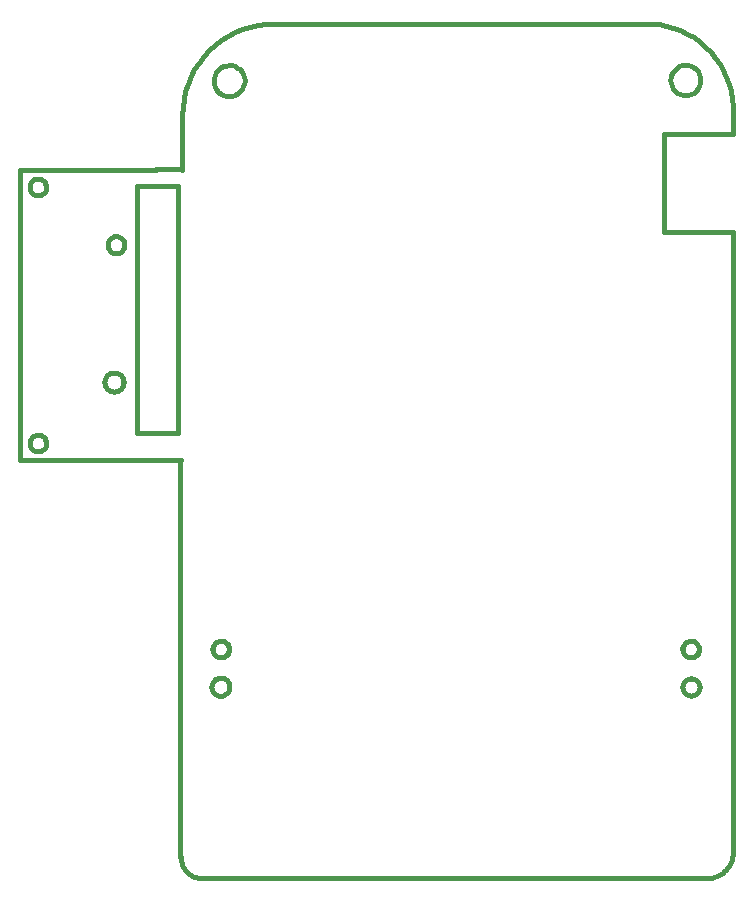
<source format=gbr>
G04 (created by PCBNEW-RS274X (2012-jan-04)-stable) date lun 03 giu 2013 23:00:55 CEST*
G01*
G70*
G90*
%MOIN*%
G04 Gerber Fmt 3.4, Leading zero omitted, Abs format*
%FSLAX34Y34*%
G04 APERTURE LIST*
%ADD10C,0.006000*%
%ADD11C,0.015000*%
%ADD12C,0.003900*%
G04 APERTURE END LIST*
G54D10*
G54D11*
X05354Y-14685D02*
X04484Y-14685D01*
X04433Y-13784D02*
X05314Y-13784D01*
X05318Y-05563D02*
X04444Y-05563D01*
X04590Y-04996D02*
X05456Y-04996D01*
X23826Y-26736D02*
X23826Y-27669D01*
X06192Y-28622D02*
X22980Y-28622D01*
X05409Y-27921D02*
X05409Y-26634D01*
X05411Y-27929D02*
X05417Y-27992D01*
X05429Y-28055D01*
X05445Y-28116D01*
X05467Y-28176D01*
X05495Y-28233D01*
X05527Y-28288D01*
X05563Y-28340D01*
X05604Y-28388D01*
X05649Y-28433D01*
X05698Y-28473D01*
X05751Y-28510D01*
X05806Y-28541D01*
X05863Y-28568D01*
X05923Y-28589D01*
X05985Y-28605D01*
X06047Y-28616D01*
X06111Y-28621D01*
X06173Y-28621D01*
X22976Y-28621D02*
X23053Y-28614D01*
X23130Y-28600D01*
X23205Y-28580D01*
X23278Y-28553D01*
X23348Y-28520D01*
X23415Y-28481D01*
X23479Y-28437D01*
X23538Y-28387D01*
X23593Y-28332D01*
X23643Y-28272D01*
X23687Y-28208D01*
X23726Y-28141D01*
X23758Y-28071D01*
X23785Y-27998D01*
X23805Y-27923D01*
X23818Y-27846D01*
X23825Y-27769D01*
X23825Y-27692D01*
X23822Y-07083D02*
X23822Y-26721D01*
X05409Y-14693D02*
X05409Y-26626D01*
X03510Y-12083D02*
X03503Y-12144D01*
X03486Y-12204D01*
X03456Y-12258D01*
X03417Y-12307D01*
X03369Y-12346D01*
X03315Y-12376D01*
X03255Y-12394D01*
X03194Y-12400D01*
X03133Y-12395D01*
X03073Y-12377D01*
X03018Y-12349D01*
X02970Y-12310D01*
X02930Y-12262D01*
X02900Y-12208D01*
X02881Y-12149D01*
X02875Y-12087D01*
X02880Y-12026D01*
X02897Y-11966D01*
X02925Y-11911D01*
X02964Y-11863D01*
X03011Y-11822D01*
X03065Y-11792D01*
X03124Y-11773D01*
X03186Y-11766D01*
X03247Y-11770D01*
X03306Y-11787D01*
X03362Y-11815D01*
X03411Y-11853D01*
X03451Y-11900D01*
X03482Y-11954D01*
X03502Y-12013D01*
X03509Y-12075D01*
X03510Y-12083D01*
X03542Y-07504D02*
X03536Y-07558D01*
X03520Y-07611D01*
X03494Y-07660D01*
X03459Y-07703D01*
X03417Y-07738D01*
X03368Y-07764D01*
X03315Y-07781D01*
X03260Y-07786D01*
X03206Y-07781D01*
X03153Y-07766D01*
X03105Y-07740D01*
X03061Y-07706D01*
X03026Y-07663D01*
X02999Y-07615D01*
X02983Y-07562D01*
X02977Y-07507D01*
X02981Y-07453D01*
X02996Y-07400D01*
X03022Y-07351D01*
X03056Y-07308D01*
X03098Y-07272D01*
X03146Y-07245D01*
X03199Y-07228D01*
X03254Y-07222D01*
X03308Y-07226D01*
X03361Y-07241D01*
X03410Y-07266D01*
X03454Y-07300D01*
X03490Y-07341D01*
X03517Y-07389D01*
X03534Y-07442D01*
X03541Y-07497D01*
X03542Y-07504D01*
X00932Y-05578D02*
X00926Y-05631D01*
X00911Y-05683D01*
X00885Y-05731D01*
X00851Y-05773D01*
X00809Y-05808D01*
X00761Y-05834D01*
X00709Y-05850D01*
X00655Y-05855D01*
X00602Y-05851D01*
X00550Y-05835D01*
X00502Y-05810D01*
X00460Y-05776D01*
X00425Y-05735D01*
X00399Y-05687D01*
X00383Y-05635D01*
X00377Y-05581D01*
X00381Y-05528D01*
X00396Y-05476D01*
X00421Y-05428D01*
X00455Y-05385D01*
X00496Y-05350D01*
X00543Y-05324D01*
X00595Y-05307D01*
X00649Y-05301D01*
X00702Y-05305D01*
X00754Y-05319D01*
X00802Y-05344D01*
X00845Y-05377D01*
X00881Y-05418D01*
X00907Y-05465D01*
X00925Y-05517D01*
X00931Y-05571D01*
X00932Y-05578D01*
X07029Y-20984D02*
X07023Y-21037D01*
X07008Y-21089D01*
X06982Y-21137D01*
X06948Y-21179D01*
X06906Y-21214D01*
X06858Y-21240D01*
X06806Y-21256D01*
X06752Y-21261D01*
X06699Y-21257D01*
X06647Y-21241D01*
X06599Y-21216D01*
X06557Y-21182D01*
X06522Y-21141D01*
X06496Y-21093D01*
X06480Y-21041D01*
X06474Y-20987D01*
X06478Y-20934D01*
X06493Y-20882D01*
X06518Y-20834D01*
X06552Y-20791D01*
X06593Y-20756D01*
X06640Y-20730D01*
X06692Y-20713D01*
X06746Y-20707D01*
X06799Y-20711D01*
X06851Y-20725D01*
X06899Y-20750D01*
X06942Y-20783D01*
X06978Y-20824D01*
X07004Y-20871D01*
X07022Y-20923D01*
X07028Y-20977D01*
X07029Y-20984D01*
X04436Y-13788D02*
X03944Y-13788D01*
X05318Y-05563D02*
X05318Y-13788D01*
X03944Y-05563D02*
X04436Y-05563D01*
X03944Y-13788D02*
X03944Y-05563D01*
X05362Y-14685D02*
X05417Y-14685D01*
X00066Y-14685D02*
X04480Y-14685D01*
X00066Y-05000D02*
X00066Y-14685D01*
X04582Y-05000D02*
X00066Y-05000D01*
X05464Y-03205D02*
X05464Y-05000D01*
X23814Y-03815D02*
X23814Y-03114D01*
X23791Y-03815D02*
X23814Y-03815D01*
X23779Y-03815D02*
X23791Y-03815D01*
X21539Y-03815D02*
X23779Y-03815D01*
X21539Y-07075D02*
X21539Y-03815D01*
X23814Y-07075D02*
X21539Y-07075D01*
X22711Y-22247D02*
X22705Y-22302D01*
X22689Y-22355D01*
X22663Y-22405D01*
X22627Y-22448D01*
X22584Y-22484D01*
X22535Y-22510D01*
X22482Y-22527D01*
X22426Y-22532D01*
X22372Y-22527D01*
X22318Y-22512D01*
X22269Y-22486D01*
X22225Y-22451D01*
X22190Y-22408D01*
X22163Y-22359D01*
X22146Y-22306D01*
X22140Y-22250D01*
X22144Y-22196D01*
X22160Y-22142D01*
X22185Y-22093D01*
X22220Y-22049D01*
X22262Y-22013D01*
X22311Y-21985D01*
X22364Y-21968D01*
X22420Y-21962D01*
X22474Y-21966D01*
X22528Y-21981D01*
X22578Y-22006D01*
X22622Y-22040D01*
X22658Y-22083D01*
X22686Y-22131D01*
X22703Y-22184D01*
X22710Y-22240D01*
X22711Y-22247D01*
X07040Y-22240D02*
X07034Y-22298D01*
X07017Y-22354D01*
X06989Y-22406D01*
X06952Y-22451D01*
X06907Y-22488D01*
X06856Y-22516D01*
X06800Y-22533D01*
X06742Y-22539D01*
X06684Y-22534D01*
X06628Y-22518D01*
X06576Y-22491D01*
X06531Y-22454D01*
X06493Y-22409D01*
X06465Y-22358D01*
X06447Y-22302D01*
X06441Y-22244D01*
X06445Y-22186D01*
X06462Y-22130D01*
X06488Y-22078D01*
X06525Y-22032D01*
X06569Y-21994D01*
X06620Y-21966D01*
X06676Y-21947D01*
X06734Y-21941D01*
X06792Y-21945D01*
X06848Y-21961D01*
X06900Y-21987D01*
X06946Y-22023D01*
X06985Y-22068D01*
X07014Y-22118D01*
X07032Y-22174D01*
X07039Y-22232D01*
X07040Y-22240D01*
X22690Y-20984D02*
X22684Y-21037D01*
X22669Y-21089D01*
X22643Y-21136D01*
X22609Y-21178D01*
X22568Y-21212D01*
X22520Y-21238D01*
X22469Y-21254D01*
X22415Y-21259D01*
X22363Y-21255D01*
X22311Y-21239D01*
X22263Y-21214D01*
X22221Y-21181D01*
X22187Y-21139D01*
X22161Y-21092D01*
X22145Y-21041D01*
X22139Y-20987D01*
X22143Y-20935D01*
X22158Y-20883D01*
X22183Y-20835D01*
X22216Y-20793D01*
X22257Y-20758D01*
X22304Y-20732D01*
X22355Y-20715D01*
X22409Y-20709D01*
X22461Y-20713D01*
X22513Y-20727D01*
X22561Y-20751D01*
X22604Y-20785D01*
X22639Y-20825D01*
X22666Y-20872D01*
X22683Y-20923D01*
X22689Y-20977D01*
X22690Y-20984D01*
X00932Y-14118D02*
X00926Y-14171D01*
X00911Y-14223D01*
X00885Y-14271D01*
X00851Y-14313D01*
X00809Y-14348D01*
X00761Y-14374D01*
X00709Y-14390D01*
X00655Y-14395D01*
X00602Y-14391D01*
X00550Y-14375D01*
X00502Y-14350D01*
X00460Y-14316D01*
X00425Y-14275D01*
X00399Y-14227D01*
X00383Y-14175D01*
X00377Y-14121D01*
X00381Y-14068D01*
X00396Y-14016D01*
X00421Y-13968D01*
X00455Y-13925D01*
X00496Y-13890D01*
X00543Y-13864D01*
X00595Y-13847D01*
X00649Y-13841D01*
X00702Y-13845D01*
X00754Y-13859D01*
X00802Y-13884D01*
X00845Y-13917D01*
X00881Y-13958D01*
X00907Y-14005D01*
X00925Y-14057D01*
X00931Y-14111D01*
X00932Y-14118D01*
X22737Y-02017D02*
X22727Y-02114D01*
X22699Y-02207D01*
X22653Y-02293D01*
X22591Y-02369D01*
X22516Y-02431D01*
X22430Y-02477D01*
X22337Y-02506D01*
X22240Y-02516D01*
X22144Y-02508D01*
X22050Y-02480D01*
X21964Y-02435D01*
X21888Y-02374D01*
X21825Y-02299D01*
X21778Y-02213D01*
X21748Y-02120D01*
X21738Y-02023D01*
X21746Y-01927D01*
X21773Y-01833D01*
X21817Y-01747D01*
X21878Y-01670D01*
X21952Y-01607D01*
X22037Y-01559D01*
X22130Y-01529D01*
X22227Y-01518D01*
X22323Y-01525D01*
X22417Y-01551D01*
X22504Y-01595D01*
X22581Y-01655D01*
X22645Y-01729D01*
X22693Y-01814D01*
X22724Y-01907D01*
X22736Y-02004D01*
X22737Y-02017D01*
X07547Y-02034D02*
X07537Y-02133D01*
X07508Y-02229D01*
X07461Y-02318D01*
X07397Y-02396D01*
X07320Y-02460D01*
X07232Y-02507D01*
X07136Y-02537D01*
X07036Y-02547D01*
X06937Y-02538D01*
X06841Y-02510D01*
X06752Y-02464D01*
X06674Y-02401D01*
X06609Y-02324D01*
X06561Y-02236D01*
X06531Y-02140D01*
X06520Y-02041D01*
X06528Y-01942D01*
X06556Y-01845D01*
X06601Y-01756D01*
X06664Y-01677D01*
X06740Y-01612D01*
X06828Y-01563D01*
X06923Y-01532D01*
X07023Y-01521D01*
X07122Y-01528D01*
X07218Y-01555D01*
X07308Y-01601D01*
X07387Y-01662D01*
X07453Y-01738D01*
X07502Y-01825D01*
X07534Y-01921D01*
X07546Y-02020D01*
X07547Y-02034D01*
X07547Y-02034D02*
X07537Y-02133D01*
X07508Y-02229D01*
X07461Y-02318D01*
X07397Y-02396D01*
X07320Y-02460D01*
X07232Y-02507D01*
X07136Y-02537D01*
X07036Y-02547D01*
X06937Y-02538D01*
X06841Y-02510D01*
X06752Y-02464D01*
X06674Y-02401D01*
X06609Y-02324D01*
X06561Y-02236D01*
X06531Y-02140D01*
X06520Y-02041D01*
X06528Y-01942D01*
X06556Y-01845D01*
X06601Y-01756D01*
X06664Y-01677D01*
X06740Y-01612D01*
X06828Y-01563D01*
X06923Y-01532D01*
X07023Y-01521D01*
X07122Y-01528D01*
X07218Y-01555D01*
X07308Y-01601D01*
X07387Y-01662D01*
X07453Y-01738D01*
X07502Y-01825D01*
X07534Y-01921D01*
X07546Y-02020D01*
X07547Y-02034D01*
X07547Y-02034D02*
X07537Y-02133D01*
X07508Y-02229D01*
X07461Y-02318D01*
X07397Y-02396D01*
X07320Y-02460D01*
X07232Y-02507D01*
X07136Y-02537D01*
X07036Y-02547D01*
X06937Y-02538D01*
X06841Y-02510D01*
X06752Y-02464D01*
X06674Y-02401D01*
X06609Y-02324D01*
X06561Y-02236D01*
X06531Y-02140D01*
X06520Y-02041D01*
X06528Y-01942D01*
X06556Y-01845D01*
X06601Y-01756D01*
X06664Y-01677D01*
X06740Y-01612D01*
X06828Y-01563D01*
X06923Y-01532D01*
X07023Y-01521D01*
X07122Y-01528D01*
X07218Y-01555D01*
X07308Y-01601D01*
X07387Y-01662D01*
X07453Y-01738D01*
X07502Y-01825D01*
X07534Y-01921D01*
X07546Y-02020D01*
X07547Y-02034D01*
X07547Y-02034D02*
X07537Y-02133D01*
X07508Y-02229D01*
X07461Y-02318D01*
X07397Y-02396D01*
X07320Y-02460D01*
X07232Y-02507D01*
X07136Y-02537D01*
X07036Y-02547D01*
X06937Y-02538D01*
X06841Y-02510D01*
X06752Y-02464D01*
X06674Y-02401D01*
X06609Y-02324D01*
X06561Y-02236D01*
X06531Y-02140D01*
X06520Y-02041D01*
X06528Y-01942D01*
X06556Y-01845D01*
X06601Y-01756D01*
X06664Y-01677D01*
X06740Y-01612D01*
X06828Y-01563D01*
X06923Y-01532D01*
X07023Y-01521D01*
X07122Y-01528D01*
X07218Y-01555D01*
X07308Y-01601D01*
X07387Y-01662D01*
X07453Y-01738D01*
X07502Y-01825D01*
X07534Y-01921D01*
X07546Y-02020D01*
X07547Y-02034D01*
X23812Y-03134D02*
X23812Y-02884D01*
X23811Y-02885D02*
X23791Y-02637D01*
X23750Y-02392D01*
X23688Y-02151D01*
X23605Y-01916D01*
X23502Y-01690D01*
X23379Y-01474D01*
X23238Y-01269D01*
X23080Y-01077D01*
X22906Y-00899D01*
X22717Y-00738D01*
X22514Y-00593D01*
X22300Y-00467D01*
X22075Y-00360D01*
X21843Y-00273D01*
X21603Y-00207D01*
X21358Y-00161D01*
X21111Y-00137D01*
X20863Y-00135D01*
X08515Y-00134D02*
X21001Y-00134D01*
X08515Y-00134D02*
X08250Y-00146D01*
X07986Y-00181D01*
X07726Y-00238D01*
X07472Y-00318D01*
X07227Y-00420D01*
X06991Y-00543D01*
X06766Y-00686D01*
X06555Y-00848D01*
X06359Y-01028D01*
X06179Y-01224D01*
X06017Y-01435D01*
X05874Y-01660D01*
X05751Y-01896D01*
X05649Y-02141D01*
X05569Y-02395D01*
X05512Y-02655D01*
X05477Y-02919D01*
X05465Y-03184D01*
X22694Y-20984D02*
X22688Y-21037D01*
X22673Y-21089D01*
X22647Y-21136D01*
X22613Y-21178D01*
X22572Y-21212D01*
X22524Y-21238D01*
X22473Y-21254D01*
X22419Y-21259D01*
X22367Y-21255D01*
X22315Y-21239D01*
X22267Y-21214D01*
X22225Y-21181D01*
X22191Y-21139D01*
X22165Y-21092D01*
X22149Y-21041D01*
X22143Y-20987D01*
X22147Y-20935D01*
X22162Y-20883D01*
X22187Y-20835D01*
X22220Y-20793D01*
X22261Y-20758D01*
X22308Y-20732D01*
X22359Y-20715D01*
X22413Y-20709D01*
X22465Y-20713D01*
X22517Y-20727D01*
X22565Y-20751D01*
X22608Y-20785D01*
X22643Y-20825D01*
X22670Y-20872D01*
X22687Y-20923D01*
X22693Y-20977D01*
X22694Y-20984D01*
X07023Y-20984D02*
X07017Y-21037D01*
X07002Y-21088D01*
X06977Y-21136D01*
X06943Y-21177D01*
X06901Y-21211D01*
X06854Y-21237D01*
X06803Y-21253D01*
X06749Y-21258D01*
X06697Y-21254D01*
X06645Y-21238D01*
X06598Y-21214D01*
X06556Y-21180D01*
X06522Y-21139D01*
X06496Y-21092D01*
X06480Y-21041D01*
X06474Y-20987D01*
X06478Y-20935D01*
X06493Y-20883D01*
X06517Y-20836D01*
X06551Y-20793D01*
X06592Y-20759D01*
X06638Y-20733D01*
X06689Y-20716D01*
X06743Y-20710D01*
X06795Y-20714D01*
X06847Y-20728D01*
X06895Y-20752D01*
X06937Y-20785D01*
X06972Y-20826D01*
X06999Y-20873D01*
X07016Y-20924D01*
X07022Y-20977D01*
X07023Y-20984D01*
G54D12*
X23795Y-03815D02*
X23677Y-03815D01*
X23677Y-03815D02*
X23716Y-03815D01*
X21551Y-06964D02*
X21551Y-07023D01*
X21551Y-07023D02*
X21630Y-07023D01*
X21551Y-03894D02*
X21551Y-03815D01*
X21551Y-03815D02*
X21630Y-03815D01*
X23795Y-07024D02*
X23795Y-07910D01*
X23795Y-07023D02*
X21630Y-07023D01*
X21551Y-06964D02*
X21551Y-03894D01*
X21630Y-03815D02*
X23677Y-03815D01*
X23795Y-03815D02*
X23795Y-02889D01*
M02*

</source>
